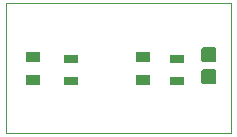
<source format=gtp>
G04 Layer_Color=8421504*
%FSLAX44Y44*%
%MOMM*%
G71*
G01*
G75*
G04:AMPARAMS|DCode=10|XSize=1.27mm|YSize=1.27mm|CornerRadius=0.1588mm|HoleSize=0mm|Usage=FLASHONLY|Rotation=270.000|XOffset=0mm|YOffset=0mm|HoleType=Round|Shape=RoundedRectangle|*
%AMROUNDEDRECTD10*
21,1,1.2700,0.9525,0,0,270.0*
21,1,0.9525,1.2700,0,0,270.0*
1,1,0.3175,-0.4763,-0.4763*
1,1,0.3175,-0.4763,0.4763*
1,1,0.3175,0.4763,0.4763*
1,1,0.3175,0.4763,-0.4763*
%
%ADD10ROUNDEDRECTD10*%
%ADD11R,1.3000X0.7000*%
%ADD12R,1.3000X0.9000*%
%ADD13C,0.1500*%
%ADD15C,0.1016*%
D10*
X1031860Y587265D02*
D03*
Y606315D02*
D03*
D11*
X1004550Y584099D02*
D03*
Y603099D02*
D03*
X914680Y584099D02*
D03*
Y603099D02*
D03*
D12*
X975650Y585369D02*
D03*
Y604369D02*
D03*
X882420Y604115D02*
D03*
Y585115D02*
D03*
D13*
X938280Y602690D02*
D03*
Y597690D02*
D03*
Y592690D02*
D03*
Y587690D02*
D03*
X943280Y602690D02*
D03*
Y597690D02*
D03*
Y592690D02*
D03*
Y587690D02*
D03*
X948280Y602690D02*
D03*
Y597690D02*
D03*
Y592690D02*
D03*
Y587690D02*
D03*
X953280Y602690D02*
D03*
Y597690D02*
D03*
Y592690D02*
D03*
Y587690D02*
D03*
D15*
X860000Y650000D02*
X860000Y540000D01*
X860000Y650000D02*
X1050000D01*
X1050000Y650000D02*
X1050000Y650000D01*
X1050000Y540000D02*
Y650000D01*
X860000Y540000D02*
X1050000D01*
M02*

</source>
